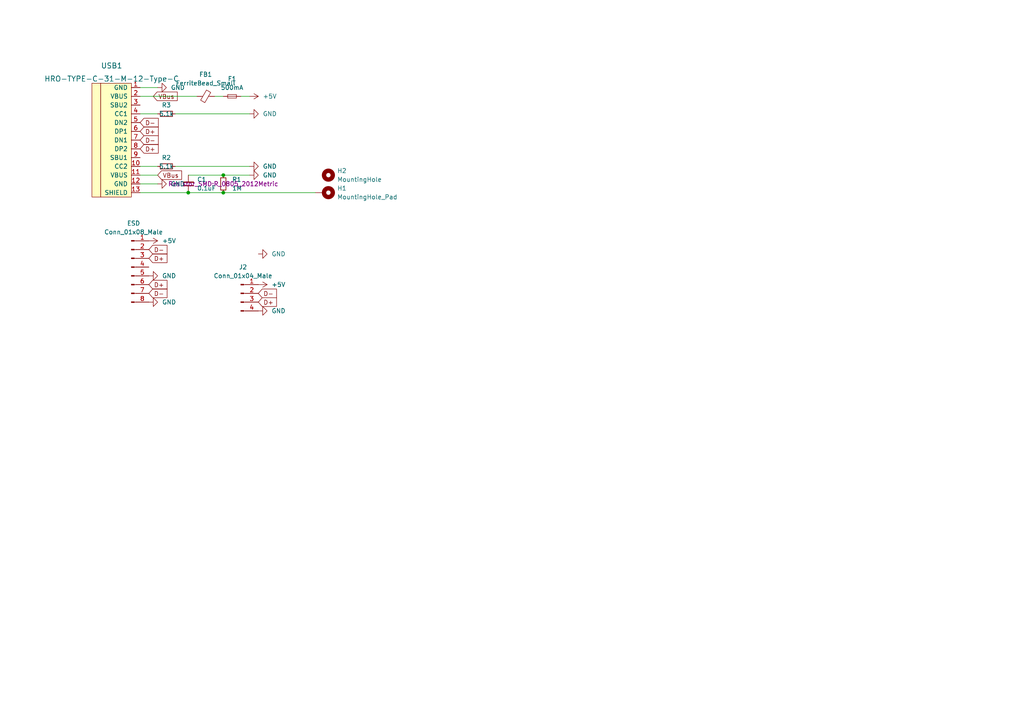
<source format=kicad_sch>
(kicad_sch (version 20211123) (generator eeschema)
  (paper "A4")
  (lib_symbols
    (symbol "Connector:Conn_01x04_Male" (pin_names (offset 1.016) hide)
      (property "Reference" "J" (at 0 5.08 0))
      (property "Value" "Conn_01x04_Male" (at 0 -7.62 0))
      (symbol "Conn_01x04_Male_1_1"
        (polyline (pts (xy 1.27 -5.08) (xy 0.8636 -5.08)) (stroke (width 0.1524)))
        (polyline (pts (xy 1.27 -2.54) (xy 0.8636 -2.54)) (stroke (width 0.1524)))
        (polyline (pts (xy 1.27 0) (xy 0.8636 0)) (stroke (width 0.1524)))
        (polyline (pts (xy 1.27 2.54) (xy 0.8636 2.54)) (stroke (width 0.1524)))
        (rectangle (start 0.8636 -4.953) (end 0 -5.207) (stroke (width 0.1524)) (fill (type outline)))
        (rectangle (start 0.8636 -2.413) (end 0 -2.667) (stroke (width 0.1524)) (fill (type outline)))
        (rectangle (start 0.8636 0.127) (end 0 -0.127) (stroke (width 0.1524)) (fill (type outline)))
        (rectangle (start 0.8636 2.667) (end 0 2.413) (stroke (width 0.1524)) (fill (type outline)))
        (pin passive line (at 5.08 2.54 180) (length 3.81) (name "Pin_1") (number "1"))
        (pin passive line (at 5.08 0 180) (length 3.81) (name "Pin_2") (number "2"))
        (pin passive line (at 5.08 -2.54 180) (length 3.81) (name "Pin_3") (number "3"))
        (pin passive line (at 5.08 -5.08 180) (length 3.81) (name "Pin_4") (number "4"))
      )
    )
    (symbol "Connector:Conn_01x08_Male" (pin_names (offset 1.016) hide)
      (property "Reference" "J" (at 0 10.16 0))
      (property "Value" "Conn_01x08_Male" (at 0 -12.7 0))
      (symbol "Conn_01x08_Male_1_1"
        (polyline (pts (xy 1.27 -10.16) (xy 0.8636 -10.16)) (stroke (width 0.1524)))
        (polyline (pts (xy 1.27 -7.62) (xy 0.8636 -7.62)) (stroke (width 0.1524)))
        (polyline (pts (xy 1.27 -5.08) (xy 0.8636 -5.08)) (stroke (width 0.1524)))
        (polyline (pts (xy 1.27 -2.54) (xy 0.8636 -2.54)) (stroke (width 0.1524)))
        (polyline (pts (xy 1.27 0) (xy 0.8636 0)) (stroke (width 0.1524)))
        (polyline (pts (xy 1.27 2.54) (xy 0.8636 2.54)) (stroke (width 0.1524)))
        (polyline (pts (xy 1.27 5.08) (xy 0.8636 5.08)) (stroke (width 0.1524)))
        (polyline (pts (xy 1.27 7.62) (xy 0.8636 7.62)) (stroke (width 0.1524)))
        (rectangle (start 0.8636 -10.033) (end 0 -10.287) (stroke (width 0.1524)) (fill (type outline)))
        (rectangle (start 0.8636 -7.493) (end 0 -7.747) (stroke (width 0.1524)) (fill (type outline)))
        (rectangle (start 0.8636 -4.953) (end 0 -5.207) (stroke (width 0.1524)) (fill (type outline)))
        (rectangle (start 0.8636 -2.413) (end 0 -2.667) (stroke (width 0.1524)) (fill (type outline)))
        (rectangle (start 0.8636 0.127) (end 0 -0.127) (stroke (width 0.1524)) (fill (type outline)))
        (rectangle (start 0.8636 2.667) (end 0 2.413) (stroke (width 0.1524)) (fill (type outline)))
        (rectangle (start 0.8636 5.207) (end 0 4.953) (stroke (width 0.1524)) (fill (type outline)))
        (rectangle (start 0.8636 7.747) (end 0 7.493) (stroke (width 0.1524)) (fill (type outline)))
        (pin passive line (at 5.08 7.62 180) (length 3.81) (name "Pin_1") (number "1"))
        (pin passive line (at 5.08 5.08 180) (length 3.81) (name "Pin_2") (number "2"))
        (pin passive line (at 5.08 2.54 180) (length 3.81) (name "Pin_3") (number "3"))
        (pin passive line (at 5.08 0 180) (length 3.81) (name "Pin_4") (number "4"))
        (pin passive line (at 5.08 -2.54 180) (length 3.81) (name "Pin_5") (number "5"))
        (pin passive line (at 5.08 -5.08 180) (length 3.81) (name "Pin_6") (number "6"))
        (pin passive line (at 5.08 -7.62 180) (length 3.81) (name "Pin_7") (number "7"))
        (pin passive line (at 5.08 -10.16 180) (length 3.81) (name "Pin_8") (number "8"))
      )
    )
    (symbol "Device:C_Small" (pin_numbers hide) (pin_names (offset 0.254) hide)
      (property "Reference" "C" (at 0.254 1.778 0))
      (property "Value" "C_Small" (at 0.254 -2.032 0))
      (symbol "C_Small_0_1"
        (polyline (pts (xy -1.524 -0.508) (xy 1.524 -0.508)) (stroke (width 0.3302)))
        (polyline (pts (xy -1.524 0.508) (xy 1.524 0.508)) (stroke (width 0.3048)))
      )
      (symbol "C_Small_1_1"
        (pin passive line (at 0 2.54 270) (length 2.032) (name "~") (number "1"))
        (pin passive line (at 0 -2.54 90) (length 2.032) (name "~") (number "2"))
      )
    )
    (symbol "Device:FerriteBead_Small" (pin_numbers hide) (pin_names (offset 0))
      (property "Reference" "FB" (at 1.905 1.27 0))
      (property "Value" "FerriteBead_Small" (at 1.905 -1.27 0))
      (symbol "FerriteBead_Small_0_1"
        (polyline (pts (xy 0 -1.27) (xy 0 -0.7874)))
        (polyline (pts (xy 0 0.889) (xy 0 1.2954)))
        (polyline (pts (xy -1.8288 0.2794) (xy -1.1176 1.4986) (xy 1.8288 -0.2032) (xy 1.1176 -1.4224) (xy -1.8288 0.2794)))
      )
      (symbol "FerriteBead_Small_1_1"
        (pin passive line (at 0 2.54 270) (length 1.27) (name "~") (number "1"))
        (pin passive line (at 0 -2.54 90) (length 1.27) (name "~") (number "2"))
      )
    )
    (symbol "Device:Fuse_Small" (pin_numbers hide) (pin_names (offset 0.254) hide)
      (property "Reference" "F" (at 0 -1.524 0))
      (property "Value" "Fuse_Small" (at 0 1.524 0))
      (symbol "Fuse_Small_0_1"
        (rectangle (start -1.27 0.508) (end 1.27 -0.508))
        (polyline (pts (xy -1.27 0) (xy 1.27 0)))
      )
      (symbol "Fuse_Small_1_1"
        (pin passive line (at -2.54 0 0) (length 1.27) (name "~") (number "1"))
        (pin passive line (at 2.54 0 180) (length 1.27) (name "~") (number "2"))
      )
    )
    (symbol "Device:R_Small" (pin_numbers hide) (pin_names (offset 0.254) hide)
      (property "Reference" "R" (at 0.762 0.508 0))
      (property "Value" "R_Small" (at 0.762 -1.016 0))
      (symbol "R_Small_0_1"
        (rectangle (start -0.762 1.778) (end 0.762 -1.778) (stroke (width 0.2032)))
      )
      (symbol "R_Small_1_1"
        (pin passive line (at 0 2.54 270) (length 0.762) (name "~") (number "1"))
        (pin passive line (at 0 -2.54 90) (length 0.762) (name "~") (number "2"))
      )
    )
    (symbol "Mechanical:MountingHole" (pin_names (offset 1.016))
      (property "Reference" "H" (at 0 5.08 0))
      (property "Value" "MountingHole" (at 0 3.175 0))
      (symbol "MountingHole_0_1"
        (circle (center 0 0) (radius 1.27) (stroke (width 1.27)))
      )
    )
    (symbol "Mechanical:MountingHole_Pad" (pin_numbers hide) (pin_names (offset 1.016) hide)
      (property "Reference" "H" (at 0 6.35 0))
      (property "Value" "MountingHole_Pad" (at 0 4.445 0))
      (symbol "MountingHole_Pad_0_1"
        (circle (center 0 1.27) (radius 1.27) (stroke (width 1.27)))
      )
      (symbol "MountingHole_Pad_1_1"
        (pin input line (at 0 -2.54 90) (length 2.54) (name "1") (number "1"))
      )
    )
    (symbol "power:+5V" (power) (pin_names (offset 0))
      (property "Value" "+5V" (at 0 3.556 0))
      (symbol "+5V_0_1"
        (polyline (pts (xy -0.762 1.27) (xy 0 2.54)))
        (polyline (pts (xy 0 0) (xy 0 2.54)))
        (polyline (pts (xy 0 2.54) (xy 0.762 1.27)))
      )
      (symbol "+5V_1_1"
        (pin power_in line (at 0 0 90) (length 0) hide (name "+5V") (number "1"))
      )
    )
    (symbol "power:GND" (power) (pin_names (offset 0))
      (property "Value" "GND" (at 0 -3.81 0))
      (symbol "GND_0_1"
        (polyline (pts (xy 0 0) (xy 0 -1.27) (xy 1.27 -1.27) (xy 0 -2.54) (xy -1.27 -1.27) (xy 0 -1.27)))
      )
      (symbol "GND_1_1"
        (pin power_in line (at 0 0 270) (length 0) hide (name "GND") (number "1"))
      )
    )
    (symbol "random-keyboard-parts:HRO-TYPE-C-31-M-12-Type-C" (pin_names (offset 1.016))
      (property "Reference" "USB" (at -5.08 16.51 0))
      (property "Value" "HRO-TYPE-C-31-M-12-Type-C" (at -10.16 -1.27 90))
      (symbol "HRO-TYPE-C-31-M-12-Type-C_0_1"
        (rectangle (start -11.43 15.24) (end -8.89 -17.78) (fill (type background)))
        (rectangle (start 0 -17.78) (end -8.89 15.24) (fill (type background)))
      )
      (symbol "HRO-TYPE-C-31-M-12-Type-C_1_1"
        (pin input line (at 2.54 13.97 180) (length 2.54) (name "GND") (number "1"))
        (pin input line (at 2.54 -8.89 180) (length 2.54) (name "CC2") (number "10"))
        (pin input line (at 2.54 -11.43 180) (length 2.54) (name "VBUS") (number "11"))
        (pin input line (at 2.54 -13.97 180) (length 2.54) (name "GND") (number "12"))
        (pin input line (at 2.54 -16.51 180) (length 2.54) (name "SHIELD") (number "13"))
        (pin input line (at 2.54 11.43 180) (length 2.54) (name "VBUS") (number "2"))
        (pin input line (at 2.54 8.89 180) (length 2.54) (name "SBU2") (number "3"))
        (pin input line (at 2.54 6.35 180) (length 2.54) (name "CC1") (number "4"))
        (pin input line (at 2.54 3.81 180) (length 2.54) (name "DN2") (number "5"))
        (pin input line (at 2.54 1.27 180) (length 2.54) (name "DP1") (number "6"))
        (pin input line (at 2.54 -1.27 180) (length 2.54) (name "DN1") (number "7"))
        (pin input line (at 2.54 -3.81 180) (length 2.54) (name "DP2") (number "8"))
        (pin input line (at 2.54 -6.35 180) (length 2.54) (name "SBU1") (number "9"))
      )
    )
  )
  (junction (at 54.61 55.88))
  (junction (at 64.77 55.88))
  (junction (at 64.77 50.8))
  (wire (pts (xy 40.64 25.4) (xy 45.72 25.4)))
  (wire (pts (xy 40.64 55.88) (xy 54.61 55.88)))
  (wire (pts (xy 40.64 48.26) (xy 45.72 48.26)))
  (wire (pts (xy 64.77 55.88) (xy 91.44 55.88)))
  (wire (pts (xy 40.64 53.34) (xy 45.72 53.34)))
  (wire (pts (xy 54.61 50.8) (xy 64.77 50.8)))
  (wire (pts (xy 40.64 33.02) (xy 45.72 33.02)))
  (wire (pts (xy 40.64 50.8) (xy 45.72 50.8)))
  (wire (pts (xy 40.64 27.94) (xy 57.15 27.94)))
  (wire (pts (xy 50.8 33.02) (xy 72.39 33.02)))
  (wire (pts (xy 62.23 27.94) (xy 64.77 27.94)))
  (wire (pts (xy 54.61 55.88) (xy 64.77 55.88)))
  (wire (pts (xy 64.77 50.8) (xy 72.39 50.8)))
  (wire (pts (xy 50.8 48.26) (xy 72.39 48.26)))
  (wire (pts (xy 69.85 27.94) (xy 72.39 27.94)))
  (global_label "D+" (shape input) (at 40.64 38.1 0) (property "Intersheet References" "${INTERSHEET_REFS}" (effects hide)))
  (global_label "D-" (shape input) (at 74.93 85.09 0) (property "Intersheet References" "${INTERSHEET_REFS}" (effects hide)))
  (global_label "D+" (shape input) (at 74.93 87.63 0) (property "Intersheet References" "${INTERSHEET_REFS}" (effects hide)))
  (global_label "D+" (shape input) (at 40.64 43.18 0) (property "Intersheet References" "${INTERSHEET_REFS}" (effects hide)))
  (global_label "D+" (shape input) (at 43.18 74.93 0) (property "Intersheet References" "${INTERSHEET_REFS}" (effects hide)))
  (global_label "D-" (shape input) (at 40.64 40.64 0) (property "Intersheet References" "${INTERSHEET_REFS}" (effects hide)))
  (global_label "VBus" (shape input) (at 44.45 27.94 0) (property "Intersheet References" "${INTERSHEET_REFS}" (effects hide)))
  (global_label "D+" (shape input) (at 43.18 82.55 0) (property "Intersheet References" "${INTERSHEET_REFS}" (effects hide)))
  (global_label "VBus" (shape input) (at 45.72 50.8 0) (property "Intersheet References" "${INTERSHEET_REFS}" (effects hide)))
  (global_label "D-" (shape input) (at 40.64 35.56 0) (property "Intersheet References" "${INTERSHEET_REFS}" (effects hide)))
  (global_label "D-" (shape input) (at 43.18 85.09 0) (property "Intersheet References" "${INTERSHEET_REFS}" (effects hide)))
  (global_label "D-" (shape input) (at 43.18 72.39 0) (property "Intersheet References" "${INTERSHEET_REFS}" (effects hide)))
  (symbol (lib_id "power:+5V") (at 43.18 69.85 270) (unit 1)
    (property "Reference" "#PWR0108" (effects hide))
    (property "Value" "+5V" (at 46.99 69.8499 90) (effects (justify left)))
  )
  (symbol (lib_id "Device:R_Small") (at 48.26 48.26 90) (unit 1)
    (property "Reference" "R2" (at 48.26 45.72 90))
    (property "Value" "5.1k" (at 48.26 48.26 90))
    (property "Footprint" "Resistor_SMD:R_0402_1005Metric" (effects hide))
  )
  (symbol (lib_id "power:GND") (at 45.72 25.4 90) (unit 1)
    (property "Reference" "#PWR0109" (effects hide))
    (property "Value" "GND" (at 49.53 25.3999 90) (effects (justify right)))
  )
  (symbol (lib_id "Device:R_Small") (at 64.77 53.34 0) (unit 1)
    (property "Reference" "R1" (at 67.31 52.0699 0) (effects (justify left)))
    (property "Value" "1M" (at 67.31 54.6099 0) (effects (justify left)))
    (property "Footprint" "Resistor_SMD:R_0805_2012Metric" (at 64.77 53.34 0))
  )
  (symbol (lib_id "Mechanical:MountingHole") (at 95.25 50.8 0) (unit 1)
    (property "Reference" "H2" (at 97.79 49.5299 0) (effects (justify left)))
    (property "Value" "MountingHole" (at 97.79 52.0699 0) (effects (justify left)))
    (property "Footprint" "MountingHole:MountingHole_2.2mm_M2_ISO7380_Pad" (effects hide))
  )
  (symbol (lib_id "power:GND") (at 74.93 73.66 90) (unit 1)
    (property "Reference" "#PWR0103" (effects hide))
    (property "Value" "GND" (at 78.74 73.6599 90) (effects (justify right)))
  )
  (symbol (lib_id "Mechanical:MountingHole_Pad") (at 93.98 55.88 270) (unit 1)
    (property "Reference" "H1" (at 97.79 54.6099 90) (effects (justify left)))
    (property "Value" "MountingHole_Pad" (at 97.79 57.1499 90) (effects (justify left)))
    (property "Footprint" "MountingHole:MountingHole_2.2mm_M2_ISO7380_Pad" (effects hide))
  )
  (symbol (lib_id "Device:R_Small") (at 48.26 33.02 90) (unit 1)
    (property "Reference" "R3" (at 48.26 30.48 90))
    (property "Value" "5.1k" (at 48.26 33.02 90))
    (property "Footprint" "Resistor_SMD:R_0402_1005Metric" (effects hide))
  )
  (symbol (lib_id "power:GND") (at 74.93 90.17 90) (unit 1)
    (property "Reference" "#PWR0104" (effects hide))
    (property "Value" "GND" (at 78.74 90.1699 90) (effects (justify right)))
  )
  (symbol (lib_id "random-keyboard-parts:HRO-TYPE-C-31-M-12-Type-C") (at 38.1 39.37 0) (unit 1)
    (property "Reference" "USB1" (at 32.385 19.05 0) (effects (font (size 1.524 1.524))))
    (property "Value" "HRO-TYPE-C-31-M-12-Type-C" (at 32.385 22.86 0) (effects (font (size 1.524 1.524))))
    (property "Footprint" "sanproject-keyboard-part:HRO-TYPE-C-31-M-12-Assembly" (effects hide))
  )
  (symbol (lib_id "power:GND") (at 72.39 48.26 90) (unit 1)
    (property "Reference" "#PWR0111" (effects hide))
    (property "Value" "GND" (at 76.2 48.2599 90) (effects (justify right)))
  )
  (symbol (lib_id "Connector:Conn_01x08_Male") (at 38.1 77.47 0) (unit 1)
    (property "Reference" "ESD" (at 38.735 64.77 0))
    (property "Value" "Conn_01x08_Male" (at 38.735 67.31 0))
    (property "Footprint" "sanproject-keyboard-part:uQFN8" (effects hide))
  )
  (symbol (lib_id "power:+5V") (at 74.93 82.55 270) (unit 1)
    (property "Reference" "#PWR0113" (effects hide))
    (property "Value" "+5V" (at 78.74 82.5499 90) (effects (justify left)))
  )
  (symbol (lib_id "Connector:Conn_01x04_Male") (at 69.85 85.09 0) (unit 1)
    (property "Reference" "J2" (at 70.485 77.47 0))
    (property "Value" "Conn_01x04_Male" (at 70.485 80.01 0))
    (property "Footprint" "sanproject-keyboard-part:JST-SR-4-mini" (effects hide))
  )
  (symbol (lib_id "power:GND") (at 72.39 50.8 90) (unit 1)
    (property "Reference" "#PWR0110" (effects hide))
    (property "Value" "GND" (at 76.2 50.7999 90) (effects (justify right)))
  )
  (symbol (lib_id "power:GND") (at 43.18 80.01 90) (unit 1)
    (property "Reference" "#PWR0105" (effects hide))
    (property "Value" "GND" (at 46.99 80.0099 90) (effects (justify right)))
  )
  (symbol (lib_id "Device:FerriteBead_Small") (at 59.69 27.94 90) (unit 1)
    (property "Reference" "FB1" (at 59.6519 21.59 90))
    (property "Value" "FerriteBead_Small" (at 59.6519 24.13 90))
    (property "Footprint" "Fuse:Fuse_0603_1608Metric" (effects hide))
  )
  (symbol (lib_id "Device:Fuse_Small") (at 67.31 27.94 0) (unit 1)
    (property "Reference" "F1" (at 67.31 22.86 0))
    (property "Value" "500mA" (at 67.31 25.4 0))
    (property "Footprint" "Fuse:Fuse_0603_1608Metric" (effects hide))
  )
  (symbol (lib_id "power:GND") (at 45.72 53.34 90) (unit 1)
    (property "Reference" "#PWR0101" (effects hide))
    (property "Value" "GND" (at 49.53 53.3399 90) (effects (justify right)))
  )
  (symbol (lib_id "power:GND") (at 72.39 33.02 90) (unit 1)
    (property "Reference" "#PWR0107" (effects hide))
    (property "Value" "GND" (at 76.2 33.0199 90) (effects (justify right)))
  )
  (symbol (lib_id "power:GND") (at 43.18 87.63 90) (unit 1)
    (property "Reference" "#PWR0106" (effects hide))
    (property "Value" "GND" (at 46.99 87.6299 90) (effects (justify right)))
  )
  (symbol (lib_id "power:+5V") (at 72.39 27.94 270) (unit 1)
    (property "Reference" "#PWR0102" (effects hide))
    (property "Value" "+5V" (at 76.2 27.9399 90) (effects (justify left)))
  )
  (symbol (lib_id "Device:C_Small") (at 54.61 53.34 180) (unit 1)
    (property "Reference" "C1" (at 57.15 52.0635 0) (effects (justify right)))
    (property "Value" "0.1uF" (at 57.15 54.6035 0) (effects (justify right)))
    (property "Footprint" "Capacitor_SMD:C_0805_2012Metric" (effects hide))
  )
)
</source>
